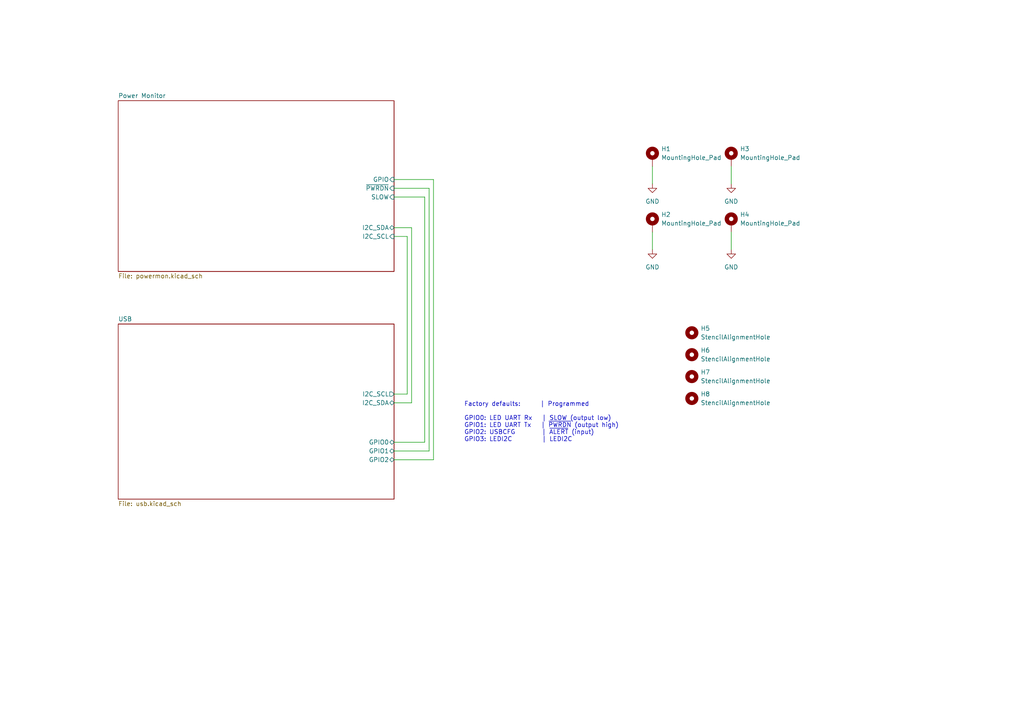
<source format=kicad_sch>
(kicad_sch (version 20211123) (generator eeschema)

  (uuid 9538e4ed-27e6-4c37-b989-9859dc0d49e8)

  (paper "A4")

  (lib_symbols
    (symbol "Mechanical:MountingHole" (pin_names (offset 1.016)) (in_bom yes) (on_board yes)
      (property "Reference" "H" (id 0) (at 0 5.08 0)
        (effects (font (size 1.27 1.27)))
      )
      (property "Value" "MountingHole" (id 1) (at 0 3.175 0)
        (effects (font (size 1.27 1.27)))
      )
      (property "Footprint" "" (id 2) (at 0 0 0)
        (effects (font (size 1.27 1.27)) hide)
      )
      (property "Datasheet" "~" (id 3) (at 0 0 0)
        (effects (font (size 1.27 1.27)) hide)
      )
      (property "ki_keywords" "mounting hole" (id 4) (at 0 0 0)
        (effects (font (size 1.27 1.27)) hide)
      )
      (property "ki_description" "Mounting Hole without connection" (id 5) (at 0 0 0)
        (effects (font (size 1.27 1.27)) hide)
      )
      (property "ki_fp_filters" "MountingHole*" (id 6) (at 0 0 0)
        (effects (font (size 1.27 1.27)) hide)
      )
      (symbol "MountingHole_0_1"
        (circle (center 0 0) (radius 1.27)
          (stroke (width 1.27) (type default) (color 0 0 0 0))
          (fill (type none))
        )
      )
    )
    (symbol "Mechanical:MountingHole_Pad" (pin_numbers hide) (pin_names (offset 1.016) hide) (in_bom yes) (on_board yes)
      (property "Reference" "H" (id 0) (at 0 6.35 0)
        (effects (font (size 1.27 1.27)))
      )
      (property "Value" "MountingHole_Pad" (id 1) (at 0 4.445 0)
        (effects (font (size 1.27 1.27)))
      )
      (property "Footprint" "" (id 2) (at 0 0 0)
        (effects (font (size 1.27 1.27)) hide)
      )
      (property "Datasheet" "~" (id 3) (at 0 0 0)
        (effects (font (size 1.27 1.27)) hide)
      )
      (property "ki_keywords" "mounting hole" (id 4) (at 0 0 0)
        (effects (font (size 1.27 1.27)) hide)
      )
      (property "ki_description" "Mounting Hole with connection" (id 5) (at 0 0 0)
        (effects (font (size 1.27 1.27)) hide)
      )
      (property "ki_fp_filters" "MountingHole*Pad*" (id 6) (at 0 0 0)
        (effects (font (size 1.27 1.27)) hide)
      )
      (symbol "MountingHole_Pad_0_1"
        (circle (center 0 1.27) (radius 1.27)
          (stroke (width 1.27) (type default) (color 0 0 0 0))
          (fill (type none))
        )
      )
      (symbol "MountingHole_Pad_1_1"
        (pin input line (at 0 -2.54 90) (length 2.54)
          (name "1" (effects (font (size 1.27 1.27))))
          (number "1" (effects (font (size 1.27 1.27))))
        )
      )
    )
    (symbol "power:GND" (power) (pin_names (offset 0)) (in_bom yes) (on_board yes)
      (property "Reference" "#PWR" (id 0) (at 0 -6.35 0)
        (effects (font (size 1.27 1.27)) hide)
      )
      (property "Value" "GND" (id 1) (at 0 -3.81 0)
        (effects (font (size 1.27 1.27)))
      )
      (property "Footprint" "" (id 2) (at 0 0 0)
        (effects (font (size 1.27 1.27)) hide)
      )
      (property "Datasheet" "" (id 3) (at 0 0 0)
        (effects (font (size 1.27 1.27)) hide)
      )
      (property "ki_keywords" "power-flag" (id 4) (at 0 0 0)
        (effects (font (size 1.27 1.27)) hide)
      )
      (property "ki_description" "Power symbol creates a global label with name \"GND\" , ground" (id 5) (at 0 0 0)
        (effects (font (size 1.27 1.27)) hide)
      )
      (symbol "GND_0_1"
        (polyline
          (pts
            (xy 0 0)
            (xy 0 -1.27)
            (xy 1.27 -1.27)
            (xy 0 -2.54)
            (xy -1.27 -1.27)
            (xy 0 -1.27)
          )
          (stroke (width 0) (type default) (color 0 0 0 0))
          (fill (type none))
        )
      )
      (symbol "GND_1_1"
        (pin power_in line (at 0 0 270) (length 0) hide
          (name "GND" (effects (font (size 1.27 1.27))))
          (number "1" (effects (font (size 1.27 1.27))))
        )
      )
    )
  )


  (wire (pts (xy 114.3 54.61) (xy 124.46 54.61))
    (stroke (width 0) (type default) (color 0 0 0 0))
    (uuid 08808359-2ad7-4c55-acbf-995f8b500c02)
  )
  (wire (pts (xy 189.23 67.31) (xy 189.23 72.39))
    (stroke (width 0) (type default) (color 0 0 0 0))
    (uuid 0cb1e3b6-bf26-44d1-bbda-e75d0f7f7c46)
  )
  (wire (pts (xy 118.11 68.58) (xy 118.11 114.3))
    (stroke (width 0) (type default) (color 0 0 0 0))
    (uuid 10add3ac-0e21-44b5-b861-335f1bc123fb)
  )
  (wire (pts (xy 124.46 54.61) (xy 124.46 130.81))
    (stroke (width 0) (type default) (color 0 0 0 0))
    (uuid 239a4c5f-aea8-408a-a2eb-fac46280adaf)
  )
  (wire (pts (xy 114.3 68.58) (xy 118.11 68.58))
    (stroke (width 0) (type default) (color 0 0 0 0))
    (uuid 2c5574e6-3b04-425b-936f-ee3f6cba3a1b)
  )
  (wire (pts (xy 189.23 48.26) (xy 189.23 53.34))
    (stroke (width 0) (type default) (color 0 0 0 0))
    (uuid 3521b04b-3164-4b10-92db-353686a95eaf)
  )
  (wire (pts (xy 124.46 130.81) (xy 114.3 130.81))
    (stroke (width 0) (type default) (color 0 0 0 0))
    (uuid 3c157981-87c5-4c53-8982-7356b0394275)
  )
  (wire (pts (xy 125.73 133.35) (xy 114.3 133.35))
    (stroke (width 0) (type default) (color 0 0 0 0))
    (uuid 3df5709a-a14d-48b1-80fb-c2689af455e9)
  )
  (wire (pts (xy 118.11 114.3) (xy 114.3 114.3))
    (stroke (width 0) (type default) (color 0 0 0 0))
    (uuid 5743512c-738e-4e22-a9c0-24deb5df0893)
  )
  (wire (pts (xy 114.3 57.15) (xy 123.19 57.15))
    (stroke (width 0) (type default) (color 0 0 0 0))
    (uuid 7edf4e82-1280-4067-91f2-6689aad58922)
  )
  (wire (pts (xy 123.19 128.27) (xy 114.3 128.27))
    (stroke (width 0) (type default) (color 0 0 0 0))
    (uuid 8338ce43-c1f9-4f4f-aea8-9e683bdd284c)
  )
  (wire (pts (xy 114.3 52.07) (xy 125.73 52.07))
    (stroke (width 0) (type default) (color 0 0 0 0))
    (uuid ade33e95-007c-4101-a410-8a24d613681d)
  )
  (wire (pts (xy 119.38 116.84) (xy 114.3 116.84))
    (stroke (width 0) (type default) (color 0 0 0 0))
    (uuid b4753e1b-7ee0-4a49-93e2-7236f2733dc3)
  )
  (wire (pts (xy 119.38 66.04) (xy 119.38 116.84))
    (stroke (width 0) (type default) (color 0 0 0 0))
    (uuid b5d822de-bdb6-4503-b948-4b6ca21aaa42)
  )
  (wire (pts (xy 212.09 48.26) (xy 212.09 53.34))
    (stroke (width 0) (type default) (color 0 0 0 0))
    (uuid d7a48ef5-d3f0-4fd5-8d5c-4347eaadf5fa)
  )
  (wire (pts (xy 125.73 52.07) (xy 125.73 133.35))
    (stroke (width 0) (type default) (color 0 0 0 0))
    (uuid e15a429c-9a8a-4546-8d8b-a7cc54ef5995)
  )
  (wire (pts (xy 114.3 66.04) (xy 119.38 66.04))
    (stroke (width 0) (type default) (color 0 0 0 0))
    (uuid e6f6eaf3-5fd4-4501-887c-07c55b19089d)
  )
  (wire (pts (xy 212.09 67.31) (xy 212.09 72.39))
    (stroke (width 0) (type default) (color 0 0 0 0))
    (uuid ed85e5d6-abe2-44f5-b396-8fdae5779a54)
  )
  (wire (pts (xy 123.19 57.15) (xy 123.19 128.27))
    (stroke (width 0) (type default) (color 0 0 0 0))
    (uuid f2d27ce5-f151-436b-8445-7cfe976d012d)
  )

  (text "Factory defaults:      | Programmed\n\nGPIO0: LED UART Rx   | SLOW (output low)\nGPIO1: LED UART Tx   | ~{PWRDN} (output high)\nGPIO2: USBCFG        | ~{ALERT} (input)\nGPIO3: LEDI2C         | LEDI2C"
    (at 134.62 128.27 0)
    (effects (font (size 1.27 1.27)) (justify left bottom))
    (uuid e5f41159-2bff-44c2-af46-7ef1588347c3)
  )

  (symbol (lib_id "power:GND") (at 212.09 72.39 0) (unit 1)
    (in_bom yes) (on_board yes) (fields_autoplaced)
    (uuid 0cdfcbc5-f4e5-46f7-a4db-0110e51b765a)
    (property "Reference" "#PWR0103" (id 0) (at 212.09 78.74 0)
      (effects (font (size 1.27 1.27)) hide)
    )
    (property "Value" "GND" (id 1) (at 212.09 77.47 0))
    (property "Footprint" "" (id 2) (at 212.09 72.39 0)
      (effects (font (size 1.27 1.27)) hide)
    )
    (property "Datasheet" "" (id 3) (at 212.09 72.39 0)
      (effects (font (size 1.27 1.27)) hide)
    )
    (pin "1" (uuid a7b9bb38-534e-4874-9769-d3c96af60b46))
  )

  (symbol (lib_id "power:GND") (at 212.09 53.34 0) (unit 1)
    (in_bom yes) (on_board yes) (fields_autoplaced)
    (uuid 29f37ab9-c6d3-4c69-b061-09245f0ceb69)
    (property "Reference" "#PWR0104" (id 0) (at 212.09 59.69 0)
      (effects (font (size 1.27 1.27)) hide)
    )
    (property "Value" "GND" (id 1) (at 212.09 58.42 0))
    (property "Footprint" "" (id 2) (at 212.09 53.34 0)
      (effects (font (size 1.27 1.27)) hide)
    )
    (property "Datasheet" "" (id 3) (at 212.09 53.34 0)
      (effects (font (size 1.27 1.27)) hide)
    )
    (pin "1" (uuid fa0bb1b9-fb52-4324-8e68-01a03da56b36))
  )

  (symbol (lib_id "power:GND") (at 189.23 72.39 0) (unit 1)
    (in_bom yes) (on_board yes) (fields_autoplaced)
    (uuid 399838ae-b739-40aa-ac7b-c16ee2bb8b7c)
    (property "Reference" "#PWR0101" (id 0) (at 189.23 78.74 0)
      (effects (font (size 1.27 1.27)) hide)
    )
    (property "Value" "GND" (id 1) (at 189.23 77.47 0))
    (property "Footprint" "" (id 2) (at 189.23 72.39 0)
      (effects (font (size 1.27 1.27)) hide)
    )
    (property "Datasheet" "" (id 3) (at 189.23 72.39 0)
      (effects (font (size 1.27 1.27)) hide)
    )
    (pin "1" (uuid c1822d17-1ba0-4961-9a79-f65d98eb1766))
  )

  (symbol (lib_id "Mechanical:MountingHole") (at 200.66 102.87 0) (unit 1)
    (in_bom yes) (on_board yes) (fields_autoplaced)
    (uuid 3d41835d-e1d0-42e4-a87b-c05bec5fd2a8)
    (property "Reference" "H6" (id 0) (at 203.2 101.5999 0)
      (effects (font (size 1.27 1.27)) (justify left))
    )
    (property "Value" "StencilAlignmentHole" (id 1) (at 203.2 104.1399 0)
      (effects (font (size 1.27 1.27)) (justify left))
    )
    (property "Footprint" "toast:StencilAlignmentHole_1.6mm" (id 2) (at 200.66 102.87 0)
      (effects (font (size 1.27 1.27)) hide)
    )
    (property "Datasheet" "~" (id 3) (at 200.66 102.87 0)
      (effects (font (size 1.27 1.27)) hide)
    )
  )

  (symbol (lib_id "Mechanical:MountingHole") (at 200.66 96.52 0) (unit 1)
    (in_bom yes) (on_board yes) (fields_autoplaced)
    (uuid 4ab193e8-4247-4612-8b8f-92512a1194ff)
    (property "Reference" "H5" (id 0) (at 203.2 95.2499 0)
      (effects (font (size 1.27 1.27)) (justify left))
    )
    (property "Value" "StencilAlignmentHole" (id 1) (at 203.2 97.7899 0)
      (effects (font (size 1.27 1.27)) (justify left))
    )
    (property "Footprint" "toast:StencilAlignmentHole_1.6mm" (id 2) (at 200.66 96.52 0)
      (effects (font (size 1.27 1.27)) hide)
    )
    (property "Datasheet" "~" (id 3) (at 200.66 96.52 0)
      (effects (font (size 1.27 1.27)) hide)
    )
  )

  (symbol (lib_id "Mechanical:MountingHole_Pad") (at 212.09 45.72 0) (unit 1)
    (in_bom yes) (on_board yes) (fields_autoplaced)
    (uuid 66e50fd7-ed46-4784-b651-ac12e4230f38)
    (property "Reference" "H3" (id 0) (at 214.63 43.1799 0)
      (effects (font (size 1.27 1.27)) (justify left))
    )
    (property "Value" "MountingHole_Pad" (id 1) (at 214.63 45.7199 0)
      (effects (font (size 1.27 1.27)) (justify left))
    )
    (property "Footprint" "MountingHole:MountingHole_2.2mm_M2_Pad" (id 2) (at 212.09 45.72 0)
      (effects (font (size 1.27 1.27)) hide)
    )
    (property "Datasheet" "~" (id 3) (at 212.09 45.72 0)
      (effects (font (size 1.27 1.27)) hide)
    )
    (property "Vendor" "~" (id 4) (at 214.63 53.3399 0)
      (effects (font (size 1.27 1.27)) (justify left) hide)
    )
    (property "VendorPartNo" "~" (id 5) (at 214.63 55.8799 0)
      (effects (font (size 1.27 1.27)) (justify left) hide)
    )
    (property "MfgPartNo" "~" (id 6) (at 214.63 58.4199 0)
      (effects (font (size 1.27 1.27)) (justify left) hide)
    )
    (pin "1" (uuid 18d281fe-ee8a-409d-a0a1-54d32ece0d1e))
  )

  (symbol (lib_id "power:GND") (at 189.23 53.34 0) (unit 1)
    (in_bom yes) (on_board yes) (fields_autoplaced)
    (uuid 8fe9ff4c-29ac-4715-8d8b-0163976fa439)
    (property "Reference" "#PWR0102" (id 0) (at 189.23 59.69 0)
      (effects (font (size 1.27 1.27)) hide)
    )
    (property "Value" "GND" (id 1) (at 189.23 58.42 0))
    (property "Footprint" "" (id 2) (at 189.23 53.34 0)
      (effects (font (size 1.27 1.27)) hide)
    )
    (property "Datasheet" "" (id 3) (at 189.23 53.34 0)
      (effects (font (size 1.27 1.27)) hide)
    )
    (pin "1" (uuid 8f39c9e3-7000-45c3-9b52-40186b33ec5e))
  )

  (symbol (lib_id "Mechanical:MountingHole") (at 200.66 109.22 0) (unit 1)
    (in_bom yes) (on_board yes) (fields_autoplaced)
    (uuid a357c15a-be34-4c0d-b809-4d48ecbd3390)
    (property "Reference" "H7" (id 0) (at 203.2 107.9499 0)
      (effects (font (size 1.27 1.27)) (justify left))
    )
    (property "Value" "StencilAlignmentHole" (id 1) (at 203.2 110.4899 0)
      (effects (font (size 1.27 1.27)) (justify left))
    )
    (property "Footprint" "toast:StencilAlignmentHole_1.6mm" (id 2) (at 200.66 109.22 0)
      (effects (font (size 1.27 1.27)) hide)
    )
    (property "Datasheet" "~" (id 3) (at 200.66 109.22 0)
      (effects (font (size 1.27 1.27)) hide)
    )
  )

  (symbol (lib_id "Mechanical:MountingHole_Pad") (at 189.23 64.77 0) (unit 1)
    (in_bom yes) (on_board yes) (fields_autoplaced)
    (uuid b7e557c0-c2e8-4508-bdcf-1773eade6430)
    (property "Reference" "H2" (id 0) (at 191.77 62.2299 0)
      (effects (font (size 1.27 1.27)) (justify left))
    )
    (property "Value" "MountingHole_Pad" (id 1) (at 191.77 64.7699 0)
      (effects (font (size 1.27 1.27)) (justify left))
    )
    (property "Footprint" "MountingHole:MountingHole_2.2mm_M2_Pad" (id 2) (at 189.23 64.77 0)
      (effects (font (size 1.27 1.27)) hide)
    )
    (property "Datasheet" "~" (id 3) (at 189.23 64.77 0)
      (effects (font (size 1.27 1.27)) hide)
    )
    (property "Vendor" "~" (id 4) (at 191.77 72.3899 0)
      (effects (font (size 1.27 1.27)) (justify left) hide)
    )
    (property "VendorPartNo" "~" (id 5) (at 191.77 74.9299 0)
      (effects (font (size 1.27 1.27)) (justify left) hide)
    )
    (property "MfgPartNo" "~" (id 6) (at 191.77 77.4699 0)
      (effects (font (size 1.27 1.27)) (justify left) hide)
    )
    (pin "1" (uuid a8892d5f-b798-4a0d-b4f4-0cd181ca1e1d))
  )

  (symbol (lib_id "Mechanical:MountingHole_Pad") (at 212.09 64.77 0) (unit 1)
    (in_bom yes) (on_board yes) (fields_autoplaced)
    (uuid c1eb1a8c-39d9-4d66-b641-0ed7581f1784)
    (property "Reference" "H4" (id 0) (at 214.63 62.2299 0)
      (effects (font (size 1.27 1.27)) (justify left))
    )
    (property "Value" "MountingHole_Pad" (id 1) (at 214.63 64.7699 0)
      (effects (font (size 1.27 1.27)) (justify left))
    )
    (property "Footprint" "MountingHole:MountingHole_2.2mm_M2_Pad" (id 2) (at 212.09 64.77 0)
      (effects (font (size 1.27 1.27)) hide)
    )
    (property "Datasheet" "~" (id 3) (at 212.09 64.77 0)
      (effects (font (size 1.27 1.27)) hide)
    )
    (property "Vendor" "~" (id 4) (at 214.63 72.3899 0)
      (effects (font (size 1.27 1.27)) (justify left) hide)
    )
    (property "VendorPartNo" "~" (id 5) (at 214.63 74.9299 0)
      (effects (font (size 1.27 1.27)) (justify left) hide)
    )
    (property "MfgPartNo" "~" (id 6) (at 214.63 77.4699 0)
      (effects (font (size 1.27 1.27)) (justify left) hide)
    )
    (pin "1" (uuid e6ba07da-ed91-4c87-916e-3961f8521b4f))
  )

  (symbol (lib_id "Mechanical:MountingHole") (at 200.66 115.57 0) (unit 1)
    (in_bom yes) (on_board yes) (fields_autoplaced)
    (uuid dc0f4484-4ebf-4f4b-ae84-9e432f53ece0)
    (property "Reference" "H8" (id 0) (at 203.2 114.2999 0)
      (effects (font (size 1.27 1.27)) (justify left))
    )
    (property "Value" "StencilAlignmentHole" (id 1) (at 203.2 116.8399 0)
      (effects (font (size 1.27 1.27)) (justify left))
    )
    (property "Footprint" "toast:StencilAlignmentHole_1.6mm" (id 2) (at 200.66 115.57 0)
      (effects (font (size 1.27 1.27)) hide)
    )
    (property "Datasheet" "~" (id 3) (at 200.66 115.57 0)
      (effects (font (size 1.27 1.27)) hide)
    )
  )

  (symbol (lib_id "Mechanical:MountingHole_Pad") (at 189.23 45.72 0) (unit 1)
    (in_bom yes) (on_board yes) (fields_autoplaced)
    (uuid feedd326-2cae-44e7-9b27-f65bbd9440ab)
    (property "Reference" "H1" (id 0) (at 191.77 43.1799 0)
      (effects (font (size 1.27 1.27)) (justify left))
    )
    (property "Value" "MountingHole_Pad" (id 1) (at 191.77 45.7199 0)
      (effects (font (size 1.27 1.27)) (justify left))
    )
    (property "Footprint" "MountingHole:MountingHole_2.2mm_M2_Pad" (id 2) (at 189.23 45.72 0)
      (effects (font (size 1.27 1.27)) hide)
    )
    (property "Datasheet" "~" (id 3) (at 189.23 45.72 0)
      (effects (font (size 1.27 1.27)) hide)
    )
    (property "Vendor" "~" (id 4) (at 191.77 53.3399 0)
      (effects (font (size 1.27 1.27)) (justify left) hide)
    )
    (property "VendorPartNo" "~" (id 5) (at 191.77 55.8799 0)
      (effects (font (size 1.27 1.27)) (justify left) hide)
    )
    (property "MfgPartNo" "~" (id 6) (at 191.77 58.4199 0)
      (effects (font (size 1.27 1.27)) (justify left) hide)
    )
    (pin "1" (uuid 78066c54-f53d-4e32-94c8-c24ce71a75bf))
  )

  (sheet (at 34.29 29.21) (size 80.01 49.53) (fields_autoplaced)
    (stroke (width 0.1524) (type solid) (color 0 0 0 0))
    (fill (color 0 0 0 0.0000))
    (uuid 509457db-eedd-4ad9-89dd-afa4c46733b6)
    (property "Sheet name" "Power Monitor" (id 0) (at 34.29 28.4984 0)
      (effects (font (size 1.27 1.27)) (justify left bottom))
    )
    (property "Sheet file" "powermon.kicad_sch" (id 1) (at 34.29 79.3246 0)
      (effects (font (size 1.27 1.27)) (justify left top))
    )
    (pin "I2C_SCL" input (at 114.3 68.58 0)
      (effects (font (size 1.27 1.27)) (justify right))
      (uuid 570aeeb2-75e4-4591-bf96-be0e9c561975)
    )
    (pin "I2C_SDA" bidirectional (at 114.3 66.04 0)
      (effects (font (size 1.27 1.27)) (justify right))
      (uuid 6487f768-f385-4ac3-9b9a-fecafbf2ceb4)
    )
    (pin "SLOW" input (at 114.3 57.15 0)
      (effects (font (size 1.27 1.27)) (justify right))
      (uuid be8da919-50a6-4599-ba08-13056e89ba11)
    )
    (pin "~{PWRDN}" input (at 114.3 54.61 0)
      (effects (font (size 1.27 1.27)) (justify right))
      (uuid 6da31f38-116a-4917-a744-af0974e7e2d9)
    )
    (pin "GPIO" input (at 114.3 52.07 0)
      (effects (font (size 1.27 1.27)) (justify right))
      (uuid 21d4d5b4-7967-4198-a996-ab9d58bece17)
    )
  )

  (sheet (at 34.29 93.98) (size 80.01 50.8) (fields_autoplaced)
    (stroke (width 0.1524) (type solid) (color 0 0 0 0))
    (fill (color 0 0 0 0.0000))
    (uuid 85a187b5-2adf-4f49-9f19-442d04950f80)
    (property "Sheet name" "USB" (id 0) (at 34.29 93.2684 0)
      (effects (font (size 1.27 1.27)) (justify left bottom))
    )
    (property "Sheet file" "usb.kicad_sch" (id 1) (at 34.29 145.3646 0)
      (effects (font (size 1.27 1.27)) (justify left top))
    )
    (pin "I2C_SCL" output (at 114.3 114.3 0)
      (effects (font (size 1.27 1.27)) (justify right))
      (uuid 5f769c16-ea2f-4a96-ba1c-f3c116cc0c57)
    )
    (pin "I2C_SDA" bidirectional (at 114.3 116.84 0)
      (effects (font (size 1.27 1.27)) (justify right))
      (uuid ff58bb7d-0c7d-41bc-a340-f4891eb66fda)
    )
    (pin "GPIO0" bidirectional (at 114.3 128.27 0)
      (effects (font (size 1.27 1.27)) (justify right))
      (uuid 5f7541f1-111c-4f5f-99b4-1e1a9be62925)
    )
    (pin "GPIO1" bidirectional (at 114.3 130.81 0)
      (effects (font (size 1.27 1.27)) (justify right))
      (uuid 892651e5-eab1-4450-8e4c-db8742a42bcb)
    )
    (pin "GPIO2" bidirectional (at 114.3 133.35 0)
      (effects (font (size 1.27 1.27)) (justify right))
      (uuid aa7bad10-3a1e-4731-9a37-77567b893d95)
    )
  )

  (sheet_instances
    (path "/" (page "1"))
    (path "/509457db-eedd-4ad9-89dd-afa4c46733b6" (page "2"))
    (path "/85a187b5-2adf-4f49-9f19-442d04950f80" (page "3"))
  )

  (symbol_instances
    (path "/85a187b5-2adf-4f49-9f19-442d04950f80/4f7e2218-87fb-4b56-8e76-8355edae9601"
      (reference "#FLG01") (unit 1) (value "PWR_FLAG") (footprint "")
    )
    (path "/85a187b5-2adf-4f49-9f19-442d04950f80/356c316e-ede9-4963-924e-fe7a6fe3b0aa"
      (reference "#FLG02") (unit 1) (value "PWR_FLAG") (footprint "")
    )
    (path "/399838ae-b739-40aa-ac7b-c16ee2bb8b7c"
      (reference "#PWR0101") (unit 1) (value "GND") (footprint "")
    )
    (path "/8fe9ff4c-29ac-4715-8d8b-0163976fa439"
      (reference "#PWR0102") (unit 1) (value "GND") (footprint "")
    )
    (path "/0cdfcbc5-f4e5-46f7-a4db-0110e51b765a"
      (reference "#PWR0103") (unit 1) (value "GND") (footprint "")
    )
    (path "/29f37ab9-c6d3-4c69-b061-09245f0ceb69"
      (reference "#PWR0104") (unit 1) (value "GND") (footprint "")
    )
    (path "/509457db-eedd-4ad9-89dd-afa4c46733b6/2dc3edb5-1e52-4f89-b49a-bc9320992824"
      (reference "#PWR0105") (unit 1) (value "+3V3") (footprint "")
    )
    (path "/509457db-eedd-4ad9-89dd-afa4c46733b6/42fc4669-a9b9-4cb5-8bfd-48978cabc91b"
      (reference "#PWR0106") (unit 1) (value "GND") (footprint "")
    )
    (path "/509457db-eedd-4ad9-89dd-afa4c46733b6/1a613bc6-1d83-49de-a5d1-cb6ecebc8fdf"
      (reference "#PWR0107") (unit 1) (value "+3V3") (footprint "")
    )
    (path "/509457db-eedd-4ad9-89dd-afa4c46733b6/4004288d-bf7f-41fb-ab8f-dbd688fa294e"
      (reference "#PWR0108") (unit 1) (value "+3V3") (footprint "")
    )
    (path "/509457db-eedd-4ad9-89dd-afa4c46733b6/39a8cd39-294a-4c8a-99d7-71b35feea45f"
      (reference "#PWR0109") (unit 1) (value "+3V3") (footprint "")
    )
    (path "/509457db-eedd-4ad9-89dd-afa4c46733b6/8f05c675-2599-4fb4-bfc5-c626cea73edb"
      (reference "#PWR0110") (unit 1) (value "GND") (footprint "")
    )
    (path "/509457db-eedd-4ad9-89dd-afa4c46733b6/cb1b217a-7e7a-4fe5-8f21-8a2122dee06d"
      (reference "#PWR0111") (unit 1) (value "GND") (footprint "")
    )
    (path "/509457db-eedd-4ad9-89dd-afa4c46733b6/28ecf7f2-034a-4e0b-a3f6-1c81b9438c81"
      (reference "#PWR0112") (unit 1) (value "GND") (footprint "")
    )
    (path "/509457db-eedd-4ad9-89dd-afa4c46733b6/eb861e97-a65d-4b43-8f41-cf571f374324"
      (reference "#PWR0113") (unit 1) (value "GND") (footprint "")
    )
    (path "/509457db-eedd-4ad9-89dd-afa4c46733b6/0e9a84f2-b875-491b-a4ae-142e56189d43"
      (reference "#PWR0114") (unit 1) (value "GND") (footprint "")
    )
    (path "/509457db-eedd-4ad9-89dd-afa4c46733b6/19a63567-90e1-4b1d-a9c6-1dd3c7ae73a1"
      (reference "#PWR0115") (unit 1) (value "GND") (footprint "")
    )
    (path "/509457db-eedd-4ad9-89dd-afa4c46733b6/5f0fc593-42b9-4cec-841d-fb16ce939aff"
      (reference "#PWR0116") (unit 1) (value "GND") (footprint "")
    )
    (path "/509457db-eedd-4ad9-89dd-afa4c46733b6/1617e2a4-57d1-4f05-be18-4357f070ce42"
      (reference "#PWR0117") (unit 1) (value "GND") (footprint "")
    )
    (path "/509457db-eedd-4ad9-89dd-afa4c46733b6/5e6a6d6f-6b84-4050-bd65-599bbb5afc1f"
      (reference "#PWR0118") (unit 1) (value "GND") (footprint "")
    )
    (path "/509457db-eedd-4ad9-89dd-afa4c46733b6/28d5d363-6be4-4c82-b9f5-3e1dbd707b1c"
      (reference "#PWR0119") (unit 1) (value "GND") (footprint "")
    )
    (path "/509457db-eedd-4ad9-89dd-afa4c46733b6/8daf05b0-3e23-4008-a9fc-338cae930b2d"
      (reference "#PWR0120") (unit 1) (value "GND") (footprint "")
    )
    (path "/509457db-eedd-4ad9-89dd-afa4c46733b6/755bcc73-bb3c-48db-a92a-9249bb8e53fa"
      (reference "#PWR0121") (unit 1) (value "GND") (footprint "")
    )
    (path "/509457db-eedd-4ad9-89dd-afa4c46733b6/4c3676e1-1b63-482f-9b9f-4f8b156f2b76"
      (reference "#PWR0122") (unit 1) (value "GND") (footprint "")
    )
    (path "/509457db-eedd-4ad9-89dd-afa4c46733b6/ca30b810-8d3a-4fbf-872d-bfaad8450fea"
      (reference "#PWR0123") (unit 1) (value "GND") (footprint "")
    )
    (path "/85a187b5-2adf-4f49-9f19-442d04950f80/37047cfa-bb34-4160-bb59-973a84aec4b6"
      (reference "#PWR0124") (unit 1) (value "+3V3") (footprint "")
    )
    (path "/85a187b5-2adf-4f49-9f19-442d04950f80/c6931d3b-0995-44dd-bc51-9a7f4e642784"
      (reference "#PWR0125") (unit 1) (value "+5V") (footprint "")
    )
    (path "/85a187b5-2adf-4f49-9f19-442d04950f80/bc8cb99a-fbe3-4c8b-a30b-a74fb820dcfe"
      (reference "#PWR0126") (unit 1) (value "GND") (footprint "")
    )
    (path "/85a187b5-2adf-4f49-9f19-442d04950f80/7fe761f9-423c-416d-8432-9abbe840fc44"
      (reference "#PWR0127") (unit 1) (value "GND") (footprint "")
    )
    (path "/85a187b5-2adf-4f49-9f19-442d04950f80/6adef03c-d1df-4bc1-a4a0-91a39bf0b1ff"
      (reference "#PWR0128") (unit 1) (value "GND") (footprint "")
    )
    (path "/85a187b5-2adf-4f49-9f19-442d04950f80/f4e5e69b-1de1-4d60-b70c-9d544d629f28"
      (reference "#PWR0129") (unit 1) (value "GND") (footprint "")
    )
    (path "/85a187b5-2adf-4f49-9f19-442d04950f80/f746ed1d-6e4f-45c6-bbb9-436542e6ecf2"
      (reference "#PWR0130") (unit 1) (value "GND") (footprint "")
    )
    (path "/85a187b5-2adf-4f49-9f19-442d04950f80/1aee80e0-d5ab-4041-a69f-25c9526af2c9"
      (reference "#PWR0131") (unit 1) (value "+5V") (footprint "")
    )
    (path "/85a187b5-2adf-4f49-9f19-442d04950f80/365dee0e-2a87-4ff3-afda-c47a94a69f7d"
      (reference "#PWR0132") (unit 1) (value "GND") (footprint "")
    )
    (path "/85a187b5-2adf-4f49-9f19-442d04950f80/f8f8ba8e-6553-420b-a9fa-edfa007ab153"
      (reference "#PWR0133") (unit 1) (value "GND") (footprint "")
    )
    (path "/85a187b5-2adf-4f49-9f19-442d04950f80/4632273d-adbd-4fba-8873-f29b5bc7c3ce"
      (reference "#PWR0134") (unit 1) (value "GND") (footprint "")
    )
    (path "/85a187b5-2adf-4f49-9f19-442d04950f80/69f6fd32-a819-4d77-8a54-f596b6b24fb9"
      (reference "#PWR0135") (unit 1) (value "+5V") (footprint "")
    )
    (path "/85a187b5-2adf-4f49-9f19-442d04950f80/0618bdcc-f78e-47aa-b981-d21e3f13d1d1"
      (reference "#PWR0136") (unit 1) (value "GND") (footprint "")
    )
    (path "/85a187b5-2adf-4f49-9f19-442d04950f80/31f75f49-c866-4c4c-b172-48c17d0e2e67"
      (reference "#PWR0137") (unit 1) (value "GND") (footprint "")
    )
    (path "/85a187b5-2adf-4f49-9f19-442d04950f80/b919e156-bb2b-4f69-aa82-e70b036417bb"
      (reference "#PWR0138") (unit 1) (value "+3V3") (footprint "")
    )
    (path "/509457db-eedd-4ad9-89dd-afa4c46733b6/1fa55ac0-fd30-4a39-99b2-2303d9b92e3d"
      (reference "C1") (unit 1) (value "1uF") (footprint "Capacitor_SMD:C_0603_1608Metric")
    )
    (path "/509457db-eedd-4ad9-89dd-afa4c46733b6/71596cf3-8544-4b7a-8c91-d72ec1d11c78"
      (reference "C2") (unit 1) (value "0.1uF") (footprint "Capacitor_SMD:C_0402_1005Metric")
    )
    (path "/85a187b5-2adf-4f49-9f19-442d04950f80/60057a8e-6c12-43d5-81a0-4acd8f8fc5bb"
      (reference "C3") (unit 1) (value "1uF") (footprint "Capacitor_SMD:C_0603_1608Metric")
    )
    (path "/85a187b5-2adf-4f49-9f19-442d04950f80/d5a282ee-24eb-4aba-b4ef-6910abff8c58"
      (reference "C4") (unit 1) (value "10uF") (footprint "Capacitor_SMD:C_0805_2012Metric")
    )
    (path "/85a187b5-2adf-4f49-9f19-442d04950f80/72befada-e2cc-4bfd-829b-0ba404fd7d8f"
      (reference "C5") (unit 1) (value "0.1uF") (footprint "Capacitor_SMD:C_0402_1005Metric")
    )
    (path "/85a187b5-2adf-4f49-9f19-442d04950f80/13857c1f-9563-4e50-9e73-769f2bd20b61"
      (reference "D1") (unit 1) (value "LED") (footprint "LED_SMD:LED_0603_1608Metric")
    )
    (path "/feedd326-2cae-44e7-9b27-f65bbd9440ab"
      (reference "H1") (unit 1) (value "MountingHole_Pad") (footprint "MountingHole:MountingHole_2.2mm_M2_Pad")
    )
    (path "/b7e557c0-c2e8-4508-bdcf-1773eade6430"
      (reference "H2") (unit 1) (value "MountingHole_Pad") (footprint "MountingHole:MountingHole_2.2mm_M2_Pad")
    )
    (path "/66e50fd7-ed46-4784-b651-ac12e4230f38"
      (reference "H3") (unit 1) (value "MountingHole_Pad") (footprint "MountingHole:MountingHole_2.2mm_M2_Pad")
    )
    (path "/c1eb1a8c-39d9-4d66-b641-0ed7581f1784"
      (reference "H4") (unit 1) (value "MountingHole_Pad") (footprint "MountingHole:MountingHole_2.2mm_M2_Pad")
    )
    (path "/4ab193e8-4247-4612-8b8f-92512a1194ff"
      (reference "H5") (unit 1) (value "StencilAlignmentHole") (footprint "toast:StencilAlignmentHole_1.6mm")
    )
    (path "/3d41835d-e1d0-42e4-a87b-c05bec5fd2a8"
      (reference "H6") (unit 1) (value "StencilAlignmentHole") (footprint "toast:StencilAlignmentHole_1.6mm")
    )
    (path "/a357c15a-be34-4c0d-b809-4d48ecbd3390"
      (reference "H7") (unit 1) (value "StencilAlignmentHole") (footprint "toast:StencilAlignmentHole_1.6mm")
    )
    (path "/dc0f4484-4ebf-4f4b-ae84-9e432f53ece0"
      (reference "H8") (unit 1) (value "StencilAlignmentHole") (footprint "toast:StencilAlignmentHole_1.6mm")
    )
    (path "/509457db-eedd-4ad9-89dd-afa4c46733b6/cccc183d-f591-443c-b10b-559e23d1baf1"
      (reference "J1") (unit 1) (value "2060-452/998-404") (footprint "toast:WAGO_2060-452_998-404")
    )
    (path "/509457db-eedd-4ad9-89dd-afa4c46733b6/109a356c-f3d4-4b17-bcc8-e214a5583158"
      (reference "J2") (unit 1) (value "2060-452/998-404") (footprint "toast:WAGO_2060-452_998-404")
    )
    (path "/509457db-eedd-4ad9-89dd-afa4c46733b6/9b505df5-5774-4cf7-b5d6-d5a693bf47ea"
      (reference "J3") (unit 1) (value "2060-452/998-404") (footprint "toast:WAGO_2060-452_998-404")
    )
    (path "/509457db-eedd-4ad9-89dd-afa4c46733b6/5e8227fe-46d6-4b75-8e6c-cf652ced41d0"
      (reference "J4") (unit 1) (value "2060-452/998-404") (footprint "toast:WAGO_2060-452_998-404")
    )
    (path "/509457db-eedd-4ad9-89dd-afa4c46733b6/cd92610b-731b-411f-93db-a704fd23f1a4"
      (reference "J5") (unit 1) (value "2060-452/998-404") (footprint "toast:WAGO_2060-452_998-404")
    )
    (path "/509457db-eedd-4ad9-89dd-afa4c46733b6/59ae3e65-dedf-4f45-adcc-037182e1cdaa"
      (reference "J6") (unit 1) (value "2060-452/998-404") (footprint "toast:WAGO_2060-452_998-404")
    )
    (path "/85a187b5-2adf-4f49-9f19-442d04950f80/235a0c15-acf3-428a-b887-663dc3fc4abb"
      (reference "J7") (unit 1) (value "USB_C_Receptacle_USB2.0") (footprint "Connector_USB:USB_C_Receptacle_GCT_USB4085")
    )
    (path "/509457db-eedd-4ad9-89dd-afa4c46733b6/e6850081-fe99-4866-8546-2b8043000242"
      (reference "R1") (unit 1) (value "0.01R 1% 2512") (footprint "Resistor_SMD:R_2512_6332Metric")
    )
    (path "/509457db-eedd-4ad9-89dd-afa4c46733b6/5218eb41-ac04-4189-aa71-76670089d30b"
      (reference "R2") (unit 1) (value "0.1R 1% 1206") (footprint "Resistor_SMD:R_1206_3216Metric")
    )
    (path "/509457db-eedd-4ad9-89dd-afa4c46733b6/61a48cf0-fcc6-4766-9f6f-ad4fcb43e34c"
      (reference "R3") (unit 1) (value "1R 1% 1206") (footprint "Resistor_SMD:R_1206_3216Metric")
    )
    (path "/509457db-eedd-4ad9-89dd-afa4c46733b6/0a2ffd6c-a897-42e4-8c34-7d6acdbe07a5"
      (reference "R4") (unit 1) (value "10k") (footprint "Resistor_SMD:R_0402_1005Metric")
    )
    (path "/509457db-eedd-4ad9-89dd-afa4c46733b6/095d800e-c57c-4002-b939-11f909c8c461"
      (reference "R5") (unit 1) (value "10k") (footprint "Resistor_SMD:R_0402_1005Metric")
    )
    (path "/509457db-eedd-4ad9-89dd-afa4c46733b6/d65d2559-1570-4c94-b5d4-607e42eab7c8"
      (reference "R6") (unit 1) (value "10k") (footprint "Resistor_SMD:R_0402_1005Metric")
    )
    (path "/85a187b5-2adf-4f49-9f19-442d04950f80/e0bb5824-4a41-4bb9-b622-0a67bd30c4c3"
      (reference "R7") (unit 1) (value "5.1k") (footprint "Resistor_SMD:R_0402_1005Metric")
    )
    (path "/85a187b5-2adf-4f49-9f19-442d04950f80/aa8b4897-6406-424f-a754-94c506224522"
      (reference "R8") (unit 1) (value "5.1k") (footprint "Resistor_SMD:R_0402_1005Metric")
    )
    (path "/85a187b5-2adf-4f49-9f19-442d04950f80/943b5829-0132-4108-bdb5-1613d62772bb"
      (reference "R9") (unit 1) (value "2k") (footprint "Resistor_SMD:R_0402_1005Metric")
    )
    (path "/509457db-eedd-4ad9-89dd-afa4c46733b6/cedcfd5a-470c-4d50-b279-2408cd4324ac"
      (reference "TP1") (unit 1) (value "TP-PTH") (footprint "TestPoint:TestPoint_THTPad_D4.0mm_Drill2.0mm")
    )
    (path "/509457db-eedd-4ad9-89dd-afa4c46733b6/e5b63f75-562b-4fa3-9b2b-6f3e957753b6"
      (reference "TP2") (unit 1) (value "TP-PTH") (footprint "TestPoint:TestPoint_THTPad_D4.0mm_Drill2.0mm")
    )
    (path "/509457db-eedd-4ad9-89dd-afa4c46733b6/129e185b-18ec-4be2-825d-8b2bfb90c834"
      (reference "TP3") (unit 1) (value "TP-PTH") (footprint "TestPoint:TestPoint_THTPad_D4.0mm_Drill2.0mm")
    )
    (path "/509457db-eedd-4ad9-89dd-afa4c46733b6/b4879c9e-574f-4906-9f4b-f4ec58e85821"
      (reference "TP4") (unit 1) (value "TP-PTH") (footprint "TestPoint:TestPoint_THTPad_D4.0mm_Drill2.0mm")
    )
    (path "/509457db-eedd-4ad9-89dd-afa4c46733b6/6f1fc998-4524-4851-b2ed-b404f50e5508"
      (reference "TP5") (unit 1) (value "TP-PTH") (footprint "TestPoint:TestPoint_THTPad_D4.0mm_Drill2.0mm")
    )
    (path "/509457db-eedd-4ad9-89dd-afa4c46733b6/fa30e151-a74d-4c88-8090-61e5a75839f4"
      (reference "TP6") (unit 1) (value "TP-PTH") (footprint "TestPoint:TestPoint_THTPad_D4.0mm_Drill2.0mm")
    )
    (path "/509457db-eedd-4ad9-89dd-afa4c46733b6/94d813df-05e9-42e2-8ccf-8b324a767502"
      (reference "TP7") (unit 1) (value "TP-PTH") (footprint "TestPoint:TestPoint_THTPad_D4.0mm_Drill2.0mm")
    )
    (path "/509457db-eedd-4ad9-89dd-afa4c46733b6/2dc67470-d6ef-4cac-a637-372fb7993bca"
      (reference "TP8") (unit 1) (value "TP-PTH") (footprint "TestPoint:TestPoint_THTPad_D4.0mm_Drill2.0mm")
    )
    (path "/509457db-eedd-4ad9-89dd-afa4c46733b6/e0ae1ae7-8f0d-420a-ba0c-be2350941751"
      (reference "TP9") (unit 1) (value "TP-PTH") (footprint "TestPoint:TestPoint_THTPad_D4.0mm_Drill2.0mm")
    )
    (path "/509457db-eedd-4ad9-89dd-afa4c46733b6/d4c6d50b-a4ab-4379-85ba-0d211619b091"
      (reference "TP10") (unit 1) (value "TP-PTH") (footprint "TestPoint:TestPoint_THTPad_D4.0mm_Drill2.0mm")
    )
    (path "/509457db-eedd-4ad9-89dd-afa4c46733b6/1eb19dcd-8cb3-4b82-8478-577acdfdbf6d"
      (reference "TP11") (unit 1) (value "TP-PTH") (footprint "TestPoint:TestPoint_THTPad_D4.0mm_Drill2.0mm")
    )
    (path "/509457db-eedd-4ad9-89dd-afa4c46733b6/475c155b-6470-4331-8759-a55e7ccc4135"
      (reference "TP12") (unit 1) (value "TP-PTH") (footprint "TestPoint:TestPoint_THTPad_D4.0mm_Drill2.0mm")
    )
    (path "/85a187b5-2adf-4f49-9f19-442d04950f80/8e6d5151-fcea-4527-aeec-f6552453babf"
      (reference "TP13") (unit 1) (value "TestPoint") (footprint "TestPoint:TestPoint_Pad_D2.0mm")
    )
    (path "/85a187b5-2adf-4f49-9f19-442d04950f80/f5822cc7-65d7-4e27-a491-26b3a202f1cb"
      (reference "TP14") (unit 1) (value "TestPoint") (footprint "TestPoint:TestPoint_Pad_D2.0mm")
    )
    (path "/85a187b5-2adf-4f49-9f19-442d04950f80/b00d6d10-72e0-4c26-b86a-e994f5e29fd6"
      (reference "TP15") (unit 1) (value "TestPoint") (footprint "TestPoint:TestPoint_Pad_D2.0mm")
    )
    (path "/509457db-eedd-4ad9-89dd-afa4c46733b6/d9988d6f-a5d5-4301-bbc6-94bfe2778da0"
      (reference "U1") (unit 1) (value "PAC1953T-E_J6CX") (footprint "toast:BGA16NP50_4X4_222X217X67B32N")
    )
    (path "/85a187b5-2adf-4f49-9f19-442d04950f80/9b7e4348-85f2-4725-a2ff-d24a003c485a"
      (reference "U2") (unit 1) (value "NCP606") (footprint "toast:SON7P95_300X330X100L50X35T200X120N")
    )
    (path "/85a187b5-2adf-4f49-9f19-442d04950f80/5c5d39b4-bf90-47ee-9448-adaacf91d9cf"
      (reference "U3") (unit 1) (value "TPD2E001DRSR") (footprint "toast:SON7P95_300X300X80L50X35T190X120N")
    )
    (path "/85a187b5-2adf-4f49-9f19-442d04950f80/c1367df2-c29b-4fc7-8cec-4a69430991ba"
      (reference "U4") (unit 1) (value "MCP2221AxML") (footprint "Package_DFN_QFN:QFN-16-1EP_4x4mm_P0.65mm_EP2.5x2.5mm")
    )
  )
)

</source>
